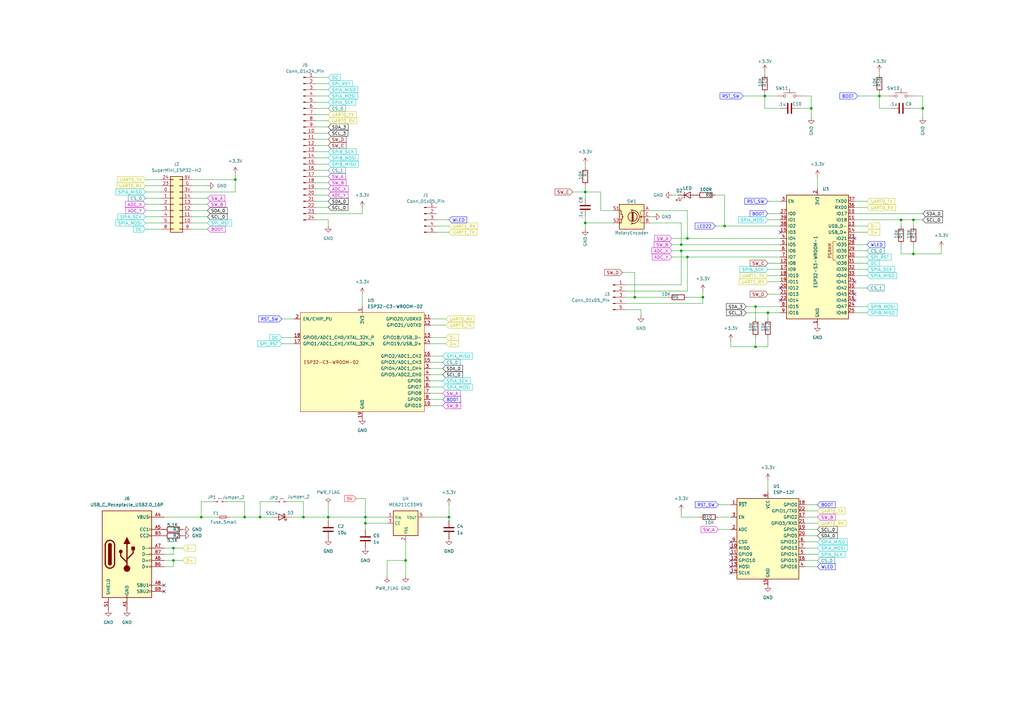
<source format=kicad_sch>
(kicad_sch (version 20250114) (generator "eeschema") (generator_version "9.0")
  (paper "A3")
  (junction (at 149.86 212.09))
  (junction (at 313.69 39.37))
  (junction (at 360.68 39.37))
  (junction (at 314.96 128.27))
  (junction (at 288.29 121.92))
  (junction (at 71.12 224.79))
  (junction (at 166.37 229.87))
  (junction (at 281.94 97.79))
  (junction (at 82.55 212.09))
  (junction (at 260.35 121.92))
  (junction (at 100.33 212.09))
  (junction (at 378.46 44.45))
  (junction (at 279.4 102.87))
  (junction (at 240.03 78.74))
  (junction (at 297.18 92.71))
  (junction (at 106.68 212.09))
  (junction (at 184.15 212.09))
  (junction (at 309.88 142.24))
  (junction (at 71.12 229.87))
  (junction (at 279.4 100.33))
  (junction (at 134.62 212.09))
  (junction (at 240.03 91.44))
  (junction (at 332.74 44.45))
  (junction (at 374.65 90.17))
  (junction (at 149.86 214.63))
  (junction (at 309.88 125.73))
  (junction (at 369.57 90.17))
  (junction (at 124.46 212.09))
  (junction (at 281.94 105.41))
  (junction (at 374.65 104.14))
  (junction (at 96.52 73.66))
  (no_connect (at 299.72 222.25))
  (no_connect (at 299.72 232.41))
  (no_connect (at 350.52 120.65))
  (no_connect (at 320.04 123.19))
  (no_connect (at 299.72 227.33))
  (no_connect (at 299.72 234.95))
  (no_connect (at 67.31 240.03))
  (no_connect (at 350.52 115.57))
  (no_connect (at 299.72 229.87))
  (no_connect (at 350.52 123.19))
  (no_connect (at 320.04 95.25))
  (no_connect (at 299.72 224.79))
  (no_connect (at 67.31 242.57))
  (no_connect (at 320.04 118.11))
  (no_connect (at 350.52 97.79))
  (wire (pts (xy 176.53 148.59) (xy 181.61 148.59)))
  (wire (pts (xy 281.94 105.41) (xy 281.94 119.38)))
  (wire (pts (xy 100.33 205.74) (xy 100.33 212.09)))
  (wire (pts (xy 148.59 87.63) (xy 129.54 87.63)))
  (wire (pts (xy 85.09 91.44) (xy 78.74 91.44)))
  (wire (pts (xy 234.95 78.74) (xy 240.03 78.74)))
  (wire (pts (xy 278.13 80.01) (xy 275.59 80.01)))
  (wire (pts (xy 134.62 59.69) (xy 129.54 59.69)))
  (wire (pts (xy 124.46 205.74) (xy 124.46 212.09)))
  (wire (pts (xy 106.68 205.74) (xy 106.68 212.09)))
  (wire (pts (xy 158.75 229.87) (xy 158.75 236.22)))
  (wire (pts (xy 129.54 54.61) (xy 134.62 54.61)))
  (wire (pts (xy 181.61 156.21) (xy 176.53 156.21)))
  (wire (pts (xy 100.33 212.09) (xy 106.68 212.09)))
  (wire (pts (xy 129.54 90.17) (xy 134.62 90.17)))
  (wire (pts (xy 59.69 88.9) (xy 66.04 88.9)))
  (wire (pts (xy 275.59 97.79) (xy 281.94 97.79)))
  (wire (pts (xy 176.53 138.43) (xy 182.88 138.43)))
  (wire (pts (xy 335.28 214.63) (xy 330.2 214.63)))
  (wire (pts (xy 335.28 72.39) (xy 335.28 77.47)))
  (wire (pts (xy 309.88 125.73) (xy 306.07 125.73)))
  (wire (pts (xy 279.4 116.84) (xy 256.54 116.84)))
  (wire (pts (xy 166.37 222.25) (xy 166.37 229.87)))
  (wire (pts (xy 330.2 232.41) (xy 335.28 232.41)))
  (wire (pts (xy 182.88 133.35) (xy 176.53 133.35)))
  (wire (pts (xy 355.6 113.03) (xy 350.52 113.03)))
  (wire (pts (xy 78.74 78.74) (xy 96.52 78.74)))
  (wire (pts (xy 134.62 34.29) (xy 129.54 34.29)))
  (wire (pts (xy 355.6 85.09) (xy 350.52 85.09)))
  (wire (pts (xy 173.99 212.09) (xy 184.15 212.09)))
  (wire (pts (xy 158.75 229.87) (xy 166.37 229.87)))
  (wire (pts (xy 279.4 212.09) (xy 279.4 209.55)))
  (wire (pts (xy 67.31 232.41) (xy 71.12 232.41)))
  (wire (pts (xy 176.53 166.37) (xy 181.61 166.37)))
  (wire (pts (xy 256.54 121.92) (xy 260.35 121.92)))
  (wire (pts (xy 134.62 44.45) (xy 129.54 44.45)))
  (wire (pts (xy 181.61 163.83) (xy 176.53 163.83)))
  (wire (pts (xy 386.08 104.14) (xy 374.65 104.14)))
  (wire (pts (xy 71.12 224.79) (xy 74.93 224.79)))
  (wire (pts (xy 332.74 39.37) (xy 332.74 44.45)))
  (wire (pts (xy 281.94 86.36) (xy 281.94 97.79)))
  (wire (pts (xy 181.61 146.05) (xy 176.53 146.05)))
  (wire (pts (xy 304.8 39.37) (xy 313.69 39.37)))
  (wire (pts (xy 260.35 111.76) (xy 260.35 121.92)))
  (wire (pts (xy 67.31 229.87) (xy 71.12 229.87)))
  (wire (pts (xy 309.88 125.73) (xy 309.88 130.81)))
  (wire (pts (xy 134.62 36.83) (xy 129.54 36.83)))
  (wire (pts (xy 166.37 229.87) (xy 166.37 236.22)))
  (wire (pts (xy 176.53 151.13) (xy 181.61 151.13)))
  (wire (pts (xy 106.68 212.09) (xy 111.76 212.09)))
  (wire (pts (xy 82.55 205.74) (xy 87.63 205.74)))
  (wire (pts (xy 293.37 92.71) (xy 297.18 92.71)))
  (wire (pts (xy 297.18 92.71) (xy 320.04 92.71)))
  (wire (pts (xy 149.86 212.09) (xy 158.75 212.09)))
  (wire (pts (xy 314.96 107.95) (xy 320.04 107.95)))
  (wire (pts (xy 279.4 102.87) (xy 320.04 102.87)))
  (wire (pts (xy 134.62 90.17) (xy 134.62 92.71)))
  (wire (pts (xy 115.57 140.97) (xy 120.65 140.97)))
  (wire (pts (xy 281.94 105.41) (xy 320.04 105.41)))
  (wire (pts (xy 313.69 30.48) (xy 313.69 29.21)))
  (wire (pts (xy 92.71 205.74) (xy 100.33 205.74)))
  (wire (pts (xy 293.37 80.01) (xy 297.18 80.01)))
  (wire (pts (xy 355.6 125.73) (xy 350.52 125.73)))
  (wire (pts (xy 364.49 39.37) (xy 360.68 39.37)))
  (wire (pts (xy 124.46 212.09) (xy 134.62 212.09)))
  (wire (pts (xy 59.69 81.28) (xy 66.04 81.28)))
  (wire (pts (xy 78.74 81.28) (xy 85.09 81.28)))
  (wire (pts (xy 78.74 86.36) (xy 85.09 86.36)))
  (wire (pts (xy 240.03 78.74) (xy 240.03 81.28)))
  (wire (pts (xy 184.15 207.01) (xy 184.15 212.09)))
  (wire (pts (xy 355.6 82.55) (xy 350.52 82.55)))
  (wire (pts (xy 176.53 161.29) (xy 181.61 161.29)))
  (wire (pts (xy 314.96 113.03) (xy 320.04 113.03)))
  (wire (pts (xy 275.59 105.41) (xy 281.94 105.41)))
  (wire (pts (xy 59.69 78.74) (xy 66.04 78.74)))
  (wire (pts (xy 335.28 227.33) (xy 330.2 227.33)))
  (wire (pts (xy 129.54 62.23) (xy 134.62 62.23)))
  (wire (pts (xy 314.96 87.63) (xy 320.04 87.63)))
  (wire (pts (xy 113.03 205.74) (xy 106.68 205.74)))
  (wire (pts (xy 179.07 90.17) (xy 184.15 90.17)))
  (wire (pts (xy 134.62 213.36) (xy 134.62 212.09)))
  (wire (pts (xy 275.59 102.87) (xy 279.4 102.87)))
  (wire (pts (xy 281.94 119.38) (xy 256.54 119.38)))
  (wire (pts (xy 378.46 39.37) (xy 374.65 39.37)))
  (wire (pts (xy 360.68 39.37) (xy 360.68 44.45)))
  (wire (pts (xy 59.69 93.98) (xy 66.04 93.98)))
  (wire (pts (xy 299.72 142.24) (xy 309.88 142.24)))
  (wire (pts (xy 330.2 217.17) (xy 335.28 217.17)))
  (wire (pts (xy 134.62 67.31) (xy 129.54 67.31)))
  (wire (pts (xy 332.74 39.37) (xy 328.93 39.37)))
  (wire (pts (xy 378.46 39.37) (xy 378.46 44.45)))
  (wire (pts (xy 355.6 105.41) (xy 350.52 105.41)))
  (wire (pts (xy 134.62 212.09) (xy 149.86 212.09)))
  (wire (pts (xy 355.6 107.95) (xy 350.52 107.95)))
  (wire (pts (xy 369.57 104.14) (xy 374.65 104.14)))
  (wire (pts (xy 360.68 30.48) (xy 360.68 29.21)))
  (wire (pts (xy 351.79 39.37) (xy 360.68 39.37)))
  (wire (pts (xy 299.72 217.17) (xy 294.64 217.17)))
  (wire (pts (xy 59.69 76.2) (xy 66.04 76.2)))
  (wire (pts (xy 299.72 139.7) (xy 299.72 142.24)))
  (wire (pts (xy 355.6 102.87) (xy 350.52 102.87)))
  (wire (pts (xy 129.54 74.93) (xy 134.62 74.93)))
  (wire (pts (xy 288.29 124.46) (xy 288.29 121.92)))
  (wire (pts (xy 78.74 73.66) (xy 96.52 73.66)))
  (wire (pts (xy 240.03 67.31) (xy 240.03 68.58)))
  (wire (pts (xy 146.05 204.47) (xy 149.86 204.47)))
  (wire (pts (xy 335.28 229.87) (xy 330.2 229.87)))
  (wire (pts (xy 240.03 88.9) (xy 240.03 91.44)))
  (wire (pts (xy 67.31 212.09) (xy 82.55 212.09)))
  (wire (pts (xy 59.69 91.44) (xy 66.04 91.44)))
  (wire (pts (xy 266.7 91.44) (xy 279.4 91.44)))
  (wire (pts (xy 279.4 102.87) (xy 279.4 116.84)))
  (wire (pts (xy 179.07 95.25) (xy 184.15 95.25)))
  (wire (pts (xy 279.4 91.44) (xy 279.4 100.33)))
  (wire (pts (xy 369.57 100.33) (xy 369.57 104.14)))
  (wire (pts (xy 332.74 44.45) (xy 327.66 44.45)))
  (wire (pts (xy 67.31 227.33) (xy 71.12 227.33)))
  (wire (pts (xy 149.86 204.47) (xy 149.86 212.09)))
  (wire (pts (xy 374.65 104.14) (xy 374.65 100.33)))
  (wire (pts (xy 314.96 142.24) (xy 309.88 142.24)))
  (wire (pts (xy 297.18 80.01) (xy 297.18 92.71)))
  (wire (pts (xy 374.65 90.17) (xy 378.46 90.17)))
  (wire (pts (xy 360.68 38.1) (xy 360.68 39.37)))
  (wire (pts (xy 134.62 64.77) (xy 129.54 64.77)))
  (wire (pts (xy 378.46 44.45) (xy 373.38 44.45)))
  (wire (pts (xy 262.89 127) (xy 256.54 127)))
  (wire (pts (xy 96.52 73.66) (xy 96.52 78.74)))
  (wire (pts (xy 309.88 142.24) (xy 309.88 138.43)))
  (wire (pts (xy 134.62 41.91) (xy 129.54 41.91)))
  (wire (pts (xy 314.96 138.43) (xy 314.96 142.24)))
  (wire (pts (xy 129.54 52.07) (xy 134.62 52.07)))
  (wire (pts (xy 314.96 128.27) (xy 314.96 130.81)))
  (wire (pts (xy 129.54 72.39) (xy 134.62 72.39)))
  (wire (pts (xy 129.54 80.01) (xy 134.62 80.01)))
  (wire (pts (xy 320.04 128.27) (xy 314.96 128.27)))
  (wire (pts (xy 318.77 39.37) (xy 313.69 39.37)))
  (wire (pts (xy 71.12 229.87) (xy 74.93 229.87)))
  (wire (pts (xy 314.96 110.49) (xy 320.04 110.49)))
  (wire (pts (xy 134.62 69.85) (xy 129.54 69.85)))
  (wire (pts (xy 96.52 71.12) (xy 96.52 73.66)))
  (wire (pts (xy 281.94 97.79) (xy 320.04 97.79)))
  (wire (pts (xy 78.74 83.82) (xy 85.09 83.82)))
  (wire (pts (xy 330.2 219.71) (xy 335.28 219.71)))
  (wire (pts (xy 369.57 90.17) (xy 374.65 90.17)))
  (wire (pts (xy 59.69 73.66) (xy 66.04 73.66)))
  (wire (pts (xy 67.31 224.79) (xy 71.12 224.79)))
  (wire (pts (xy 365.76 44.45) (xy 360.68 44.45)))
  (wire (pts (xy 260.35 111.76) (xy 255.27 111.76)))
  (wire (pts (xy 320.04 82.55) (xy 314.96 82.55)))
  (wire (pts (xy 149.86 217.17) (xy 149.86 214.63)))
  (wire (pts (xy 266.7 86.36) (xy 281.94 86.36)))
  (wire (pts (xy 350.52 100.33) (xy 355.6 100.33)))
  (wire (pts (xy 82.55 205.74) (xy 82.55 212.09)))
  (wire (pts (xy 294.64 212.09) (xy 299.72 212.09)))
  (wire (pts (xy 240.03 78.74) (xy 246.38 78.74)))
  (wire (pts (xy 66.04 83.82) (xy 59.69 83.82)))
  (wire (pts (xy 176.53 153.67) (xy 181.61 153.67)))
  (wire (pts (xy 330.2 207.01) (xy 335.28 207.01)))
  (wire (pts (xy 149.86 214.63) (xy 158.75 214.63)))
  (wire (pts (xy 134.62 49.53) (xy 129.54 49.53)))
  (wire (pts (xy 350.52 90.17) (xy 369.57 90.17)))
  (wire (pts (xy 314.96 115.57) (xy 320.04 115.57)))
  (wire (pts (xy 288.29 119.38) (xy 288.29 121.92)))
  (wire (pts (xy 314.96 128.27) (xy 306.07 128.27)))
  (wire (pts (xy 355.6 118.11) (xy 350.52 118.11)))
  (wire (pts (xy 129.54 82.55) (xy 134.62 82.55)))
  (wire (pts (xy 279.4 100.33) (xy 320.04 100.33)))
  (wire (pts (xy 281.94 121.92) (xy 288.29 121.92)))
  (wire (pts (xy 355.6 110.49) (xy 350.52 110.49)))
  (wire (pts (xy 115.57 130.81) (xy 120.65 130.81)))
  (wire (pts (xy 313.69 39.37) (xy 313.69 44.45)))
  (wire (pts (xy 129.54 77.47) (xy 134.62 77.47)))
  (wire (pts (xy 335.28 224.79) (xy 330.2 224.79)))
  (wire (pts (xy 184.15 212.09) (xy 184.15 213.36)))
  (wire (pts (xy 85.09 93.98) (xy 78.74 93.98)))
  (wire (pts (xy 78.74 76.2) (xy 85.09 76.2)))
  (wire (pts (xy 134.62 31.75) (xy 129.54 31.75)))
  (wire (pts (xy 134.62 39.37) (xy 129.54 39.37)))
  (wire (pts (xy 378.46 48.26) (xy 378.46 44.45)))
  (wire (pts (xy 330.2 212.09) (xy 335.28 212.09)))
  (wire (pts (xy 335.28 209.55) (xy 330.2 209.55)))
  (wire (pts (xy 149.86 214.63) (xy 149.86 212.09)))
  (wire (pts (xy 266.7 88.9) (xy 267.97 88.9)))
  (wire (pts (xy 332.74 48.26) (xy 332.74 44.45)))
  (wire (pts (xy 129.54 85.09) (xy 134.62 85.09)))
  (wire (pts (xy 78.74 88.9) (xy 85.09 88.9)))
  (wire (pts (xy 314.96 90.17) (xy 320.04 90.17)))
  (wire (pts (xy 275.59 100.33) (xy 279.4 100.33)))
  (wire (pts (xy 355.6 128.27) (xy 350.52 128.27)))
  (wire (pts (xy 179.07 92.71) (xy 184.15 92.71)))
  (wire (pts (xy 320.04 44.45) (xy 313.69 44.45)))
  (wire (pts (xy 386.08 101.6) (xy 386.08 104.14)))
  (wire (pts (xy 374.65 90.17) (xy 374.65 92.71)))
  (wire (pts (xy 314.96 120.65) (xy 320.04 120.65)))
  (wire (pts (xy 350.52 87.63) (xy 378.46 87.63)))
  (wire (pts (xy 260.35 121.92) (xy 274.32 121.92)))
  (wire (pts (xy 182.88 130.81) (xy 176.53 130.81)))
  (wire (pts (xy 82.55 212.09) (xy 88.9 212.09)))
  (wire (pts (xy 240.03 91.44) (xy 240.03 93.98)))
  (wire (pts (xy 320.04 125.73) (xy 309.88 125.73)))
  (wire (pts (xy 134.62 207.01) (xy 134.62 212.09)))
  (wire (pts (xy 134.62 46.99) (xy 129.54 46.99)))
  (wire (pts (xy 181.61 158.75) (xy 176.53 158.75)))
  (wire (pts (xy 119.38 212.09) (xy 124.46 212.09)))
  (wire (pts (xy 66.04 86.36) (xy 59.69 86.36)))
  (wire (pts (xy 148.59 85.09) (xy 148.59 87.63)))
  (wire (pts (xy 71.12 227.33) (xy 71.12 224.79)))
  (wire (pts (xy 71.12 232.41) (xy 71.12 229.87)))
  (wire (pts (xy 93.98 212.09) (xy 100.33 212.09)))
  (wire (pts (xy 299.72 207.01) (xy 294.64 207.01)))
  (wire (pts (xy 115.57 138.43) (xy 120.65 138.43)))
  (wire (pts (xy 350.52 95.25) (xy 355.6 95.25)))
  (wire (pts (xy 240.03 91.44) (xy 251.46 91.44)))
  (wire (pts (xy 118.11 205.74) (xy 124.46 205.74)))
  (wire (pts (xy 369.57 90.17) (xy 369.57 92.71)))
  (wire (pts (xy 350.52 92.71) (xy 355.6 92.71)))
  (wire (pts (xy 313.69 38.1) (xy 313.69 39.37)))
  (wire (pts (xy 148.59 120.65) (xy 148.59 125.73)))
  (wire (pts (xy 240.03 76.2) (xy 240.03 78.74)))
  (wire (pts (xy 335.28 222.25) (xy 330.2 222.25)))
  (wire (pts (xy 246.38 86.36) (xy 251.46 86.36)))
  (wire (pts (xy 314.96 196.85) (xy 314.96 201.93)))
  (wire (pts (xy 176.53 140.97) (xy 182.88 140.97)))
  (wire (pts (xy 262.89 129.54) (xy 262.89 127)))
  (wire (pts (xy 287.02 212.09) (xy 279.4 212.09)))
  (wire (pts (xy 246.38 78.74) (xy 246.38 86.36)))
  (wire (pts (xy 134.62 57.15) (xy 129.54 57.15)))
  (wire (pts (xy 288.29 124.46) (xy 256.54 124.46)))
  (global_label "SPIA_MOSI" (shape input) (at 59.69 91.44 180) (property "Intersheetrefs" "${INTERSHEET_REFS}" (effects (hide yes))))
  (global_label "SPIA_MISO" (shape input) (at 335.28 222.25 0) (property "Intersheetrefs" "${INTERSHEET_REFS}" (effects (hide yes))))
  (global_label "SPIA_SCK" (shape input) (at 335.28 227.33 0) (property "Intersheetrefs" "${INTERSHEET_REFS}" (effects (hide yes))))
  (global_label "DC" (shape input) (at 355.6 107.95 0) (property "Intersheetrefs" "${INTERSHEET_REFS}" (effects (hide yes))))
  (global_label "D-" (shape input) (at 74.93 224.79 0) (property "Intersheetrefs" "${INTERSHEET_REFS}" (effects (hide yes))))
  (global_label "D-" (shape input) (at 355.6 92.71 0) (property "Intersheetrefs" "${INTERSHEET_REFS}" (effects (hide yes))))
  (global_label "SW_A" (shape input) (at 181.61 161.29 0) (property "Intersheetrefs" "${INTERSHEET_REFS}" (effects (hide yes))))
  (global_label "BOOT" (shape input) (at 314.96 87.63 180) (property "Intersheetrefs" "${INTERSHEET_REFS}" (effects (hide yes))))
  (global_label "SW_C" (shape input) (at 134.62 59.69 0) (property "Intersheetrefs" "${INTERSHEET_REFS}" (effects (hide yes))))
  (global_label "D-" (shape input) (at 182.88 138.43 0) (property "Intersheetrefs" "${INTERSHEET_REFS}" (effects (hide yes))))
  (global_label "RST_SW" (shape input) (at 304.8 39.37 180) (property "Intersheetrefs" "${INTERSHEET_REFS}" (effects (hide yes))))
  (global_label "SPIA_MOSI" (shape input) (at 181.61 158.75 0) (property "Intersheetrefs" "${INTERSHEET_REFS}" (effects (hide yes))))
  (global_label "SPIA_MOSI" (shape input) (at 314.96 90.17 180) (property "Intersheetrefs" "${INTERSHEET_REFS}" (effects (hide yes))))
  (global_label "ADC_X" (shape input) (at 275.59 102.87 180) (property "Intersheetrefs" "${INTERSHEET_REFS}" (effects (hide yes))))
  (global_label "SDA_3" (shape input) (at 134.62 52.07 0) (property "Intersheetrefs" "${INTERSHEET_REFS}" (effects (hide yes))))
  (global_label "RST_SW" (shape input) (at 314.96 82.55 180) (property "Intersheetrefs" "${INTERSHEET_REFS}" (effects (hide yes))))
  (global_label "SW_B" (shape input) (at 85.09 83.82 0) (property "Intersheetrefs" "${INTERSHEET_REFS}" (effects (hide yes))))
  (global_label "CS_0" (shape input) (at 134.62 44.45 0) (property "Intersheetrefs" "${INTERSHEET_REFS}" (effects (hide yes))))
  (global_label "UART1_TX" (shape input) (at 314.96 113.03 180) (property "Intersheetrefs" "${INTERSHEET_REFS}" (effects (hide yes))))
  (global_label "CS_0" (shape input) (at 355.6 102.87 0) (property "Intersheetrefs" "${INTERSHEET_REFS}" (effects (hide yes))))
  (global_label "SCL_3" (shape input) (at 306.07 128.27 180) (property "Intersheetrefs" "${INTERSHEET_REFS}" (effects (hide yes))))
  (global_label "SPIA_MISO" (shape input) (at 355.6 113.03 0) (property "Intersheetrefs" "${INTERSHEET_REFS}" (effects (hide yes))))
  (global_label "SW_D" (shape input) (at 134.62 57.15 0) (property "Intersheetrefs" "${INTERSHEET_REFS}" (effects (hide yes))))
  (global_label "SPI_RST" (shape input) (at 115.57 140.97 180) (property "Intersheetrefs" "${INTERSHEET_REFS}" (effects (hide yes))))
  (global_label "SPIA_SCK" (shape input) (at 59.69 88.9 180) (property "Intersheetrefs" "${INTERSHEET_REFS}" (effects (hide yes))))
  (global_label "SW_A" (shape input) (at 294.64 217.17 180) (property "Intersheetrefs" "${INTERSHEET_REFS}" (effects (hide yes))))
  (global_label "DC" (shape input) (at 134.62 31.75 0) (property "Intersheetrefs" "${INTERSHEET_REFS}" (effects (hide yes))))
  (global_label "SCL_3" (shape input) (at 134.62 54.61 0) (property "Intersheetrefs" "${INTERSHEET_REFS}" (effects (hide yes))))
  (global_label "SPIB_MISO" (shape input) (at 134.62 67.31 0) (property "Intersheetrefs" "${INTERSHEET_REFS}" (effects (hide yes))))
  (global_label "WLED" (shape input) (at 335.28 232.41 0) (property "Intersheetrefs" "${INTERSHEET_REFS}" (effects (hide yes))))
  (global_label "ADC_Y" (shape input) (at 59.69 86.36 180) (property "Intersheetrefs" "${INTERSHEET_REFS}" (effects (hide yes))))
  (global_label "SPIA_MISO" (shape input) (at 134.62 36.83 0) (property "Intersheetrefs" "${INTERSHEET_REFS}" (effects (hide yes))))
  (global_label "UART0_RX" (shape input) (at 134.62 49.53 0) (property "Intersheetrefs" "${INTERSHEET_REFS}" (effects (hide yes))))
  (global_label "BOOT" (shape input) (at 85.09 93.98 0) (property "Intersheetrefs" "${INTERSHEET_REFS}" (effects (hide yes))))
  (global_label "D+" (shape input) (at 182.88 140.97 0) (property "Intersheetrefs" "${INTERSHEET_REFS}" (effects (hide yes))))
  (global_label "UART1_RX" (shape input) (at 314.96 115.57 180) (property "Intersheetrefs" "${INTERSHEET_REFS}" (effects (hide yes))))
  (global_label "SPI_RST" (shape input) (at 134.62 34.29 0) (property "Intersheetrefs" "${INTERSHEET_REFS}" (effects (hide yes))))
  (global_label "LED22" (shape input) (at 293.37 92.71 180) (property "Intersheetrefs" "${INTERSHEET_REFS}" (effects (hide yes))))
  (global_label "SPIA_SCK" (shape input) (at 355.6 110.49 0) (property "Intersheetrefs" "${INTERSHEET_REFS}" (effects (hide yes))))
  (global_label "ADC_Y" (shape input) (at 275.59 105.41 180) (property "Intersheetrefs" "${INTERSHEET_REFS}" (effects (hide yes))))
  (global_label "UART0_RX" (shape input) (at 59.69 76.2 180) (property "Intersheetrefs" "${INTERSHEET_REFS}" (effects (hide yes))))
  (global_label "SW_A" (shape input) (at 85.09 81.28 0) (property "Intersheetrefs" "${INTERSHEET_REFS}" (effects (hide yes))))
  (global_label "D+" (shape input) (at 74.93 229.87 0) (property "Intersheetrefs" "${INTERSHEET_REFS}" (effects (hide yes))))
  (global_label "SCL_0" (shape input) (at 378.46 90.17 0) (property "Intersheetrefs" "${INTERSHEET_REFS}" (effects (hide yes))))
  (global_label "SDA_0" (shape input) (at 134.62 82.55 0) (property "Intersheetrefs" "${INTERSHEET_REFS}" (effects (hide yes))))
  (global_label "SPIB_MOSI" (shape input) (at 134.62 64.77 0) (property "Intersheetrefs" "${INTERSHEET_REFS}" (effects (hide yes))))
  (global_label "ADC_X" (shape input) (at 59.69 83.82 180) (property "Intersheetrefs" "${INTERSHEET_REFS}" (effects (hide yes))))
  (global_label "5V" (shape input) (at 146.05 204.47 180) (property "Intersheetrefs" "${INTERSHEET_REFS}" (effects (hide yes))))
  (global_label "CS_1" (shape input) (at 134.62 69.85 0) (property "Intersheetrefs" "${INTERSHEET_REFS}" (effects (hide yes))))
  (global_label "SDA_0" (shape input) (at 181.61 151.13 0) (property "Intersheetrefs" "${INTERSHEET_REFS}" (effects (hide yes))))
  (global_label "SW_B" (shape input) (at 335.28 212.09 0) (property "Intersheetrefs" "${INTERSHEET_REFS}" (effects (hide yes))))
  (global_label "SPI_RST" (shape input) (at 355.6 105.41 0) (property "Intersheetrefs" "${INTERSHEET_REFS}" (effects (hide yes))))
  (global_label "SCL_0" (shape input) (at 85.09 88.9 0) (property "Intersheetrefs" "${INTERSHEET_REFS}" (effects (hide yes))))
  (global_label "SPIA_MISO" (shape input) (at 181.61 146.05 0) (property "Intersheetrefs" "${INTERSHEET_REFS}" (effects (hide yes))))
  (global_label "CS_0" (shape input) (at 59.69 81.28 180) (property "Intersheetrefs" "${INTERSHEET_REFS}" (effects (hide yes))))
  (global_label "UART0_RX" (shape input) (at 335.28 214.63 0) (property "Intersheetrefs" "${INTERSHEET_REFS}" (effects (hide yes))))
  (global_label "UART0_TX" (shape input) (at 59.69 73.66 180) (property "Intersheetrefs" "${INTERSHEET_REFS}" (effects (hide yes))))
  (global_label "SCL_0" (shape input) (at 335.28 217.17 0) (property "Intersheetrefs" "${INTERSHEET_REFS}" (effects (hide yes))))
  (global_label "SW_B" (shape input) (at 181.61 166.37 0) (property "Intersheetrefs" "${INTERSHEET_REFS}" (effects (hide yes))))
  (global_label "DC" (shape input) (at 115.57 138.43 180) (property "Intersheetrefs" "${INTERSHEET_REFS}" (effects (hide yes))))
  (global_label "UART0_TX" (shape input) (at 335.28 209.55 0) (property "Intersheetrefs" "${INTERSHEET_REFS}" (effects (hide yes))))
  (global_label "BOOT" (shape input) (at 351.79 39.37 180) (property "Intersheetrefs" "${INTERSHEET_REFS}" (effects (hide yes))))
  (global_label "SPIB_MISO" (shape input) (at 355.6 128.27 0) (property "Intersheetrefs" "${INTERSHEET_REFS}" (effects (hide yes))))
  (global_label "UART1_RX" (shape input) (at 184.15 92.71 0) (property "Intersheetrefs" "${INTERSHEET_REFS}" (effects (hide yes))))
  (global_label "SDA_3" (shape input) (at 306.07 125.73 180) (property "Intersheetrefs" "${INTERSHEET_REFS}" (effects (hide yes))))
  (global_label "SPIA_MISO" (shape input) (at 59.69 78.74 180) (property "Intersheetrefs" "${INTERSHEET_REFS}" (effects (hide yes))))
  (global_label "CS_0" (shape input) (at 181.61 148.59 0) (property "Intersheetrefs" "${INTERSHEET_REFS}" (effects (hide yes))))
  (global_label "CS_0" (shape input) (at 335.28 229.87 0) (property "Intersheetrefs" "${INTERSHEET_REFS}" (effects (hide yes))))
  (global_label "WLED" (shape input) (at 355.6 100.33 0) (property "Intersheetrefs" "${INTERSHEET_REFS}" (effects (hide yes))))
  (global_label "SW_B" (shape input) (at 275.59 100.33 180) (property "Intersheetrefs" "${INTERSHEET_REFS}" (effects (hide yes))))
  (global_label "SPIB_MOSI" (shape input) (at 355.6 125.73 0) (property "Intersheetrefs" "${INTERSHEET_REFS}" (effects (hide yes))))
  (global_label "UART1_TX" (shape input) (at 184.15 95.25 0) (property "Intersheetrefs" "${INTERSHEET_REFS}" (effects (hide yes))))
  (global_label "UART0_TX" (shape input) (at 134.62 46.99 0) (property "Intersheetrefs" "${INTERSHEET_REFS}" (effects (hide yes))))
  (global_label "SPIB_SCK" (shape input) (at 314.96 110.49 180) (property "Intersheetrefs" "${INTERSHEET_REFS}" (effects (hide yes))))
  (global_label "RST_SW" (shape input) (at 115.57 130.81 180) (property "Intersheetrefs" "${INTERSHEET_REFS}" (effects (hide yes))))
  (global_label "SPI_RST" (shape input) (at 85.09 91.44 0) (property "Intersheetrefs" "${INTERSHEET_REFS}" (effects (hide yes))))
  (global_label "BOOT" (shape input) (at 335.28 207.01 0) (property "Intersheetrefs" "${INTERSHEET_REFS}" (effects (hide yes))))
  (global_label "BOOT" (shape input) (at 181.61 163.83 0) (property "Intersheetrefs" "${INTERSHEET_REFS}" (effects (hide yes))))
  (global_label "ADC_Y" (shape input) (at 134.62 80.01 0) (property "Intersheetrefs" "${INTERSHEET_REFS}" (effects (hide yes))))
  (global_label "SPIB_SCK" (shape input) (at 134.62 62.23 0) (property "Intersheetrefs" "${INTERSHEET_REFS}" (effects (hide yes))))
  (global_label "SW_C" (shape input) (at 314.96 107.95 180) (property "Intersheetrefs" "${INTERSHEET_REFS}" (effects (hide yes))))
  (global_label "SPIA_SCK" (shape input) (at 181.61 156.21 0) (property "Intersheetrefs" "${INTERSHEET_REFS}" (effects (hide yes))))
  (global_label "DC" (shape input) (at 59.69 93.98 180) (property "Intersheetrefs" "${INTERSHEET_REFS}" (effects (hide yes))))
  (global_label "UART0_RX" (shape input) (at 355.6 85.09 0) (property "Intersheetrefs" "${INTERSHEET_REFS}" (effects (hide yes))))
  (global_label "SDA_0" (shape input) (at 85.09 86.36 0) (property "Intersheetrefs" "${INTERSHEET_REFS}" (effects (hide yes))))
  (global_label "SW_D" (shape input) (at 314.96 120.65 180) (property "Intersheetrefs" "${INTERSHEET_REFS}" (effects (hide yes))))
  (global_label "ADC_X" (shape input) (at 134.62 77.47 0) (property "Intersheetrefs" "${INTERSHEET_REFS}" (effects (hide yes))))
  (global_label "CS_1" (shape input) (at 355.6 118.11 0) (property "Intersheetrefs" "${INTERSHEET_REFS}" (effects (hide yes))))
  (global_label "SDA_0" (shape input) (at 335.28 219.71 0) (property "Intersheetrefs" "${INTERSHEET_REFS}" (effects (hide yes))))
  (global_label "SPIA_MOSI" (shape input) (at 335.28 224.79 0) (property "Intersheetrefs" "${INTERSHEET_REFS}" (effects (hide yes))))
  (global_label "UART0_TX" (shape input) (at 182.88 133.35 0) (property "Intersheetrefs" "${INTERSHEET_REFS}" (effects (hide yes))))
  (global_label "SW_B" (shape input) (at 134.62 74.93 0) (property "Intersheetrefs" "${INTERSHEET_REFS}" (effects (hide yes))))
  (global_label "SCL_0" (shape input) (at 181.61 153.67 0) (property "Intersheetrefs" "${INTERSHEET_REFS}" (effects (hide yes))))
  (global_label "SPIA_MOSI" (shape input) (at 134.62 39.37 0) (property "Intersheetrefs" "${INTERSHEET_REFS}" (effects (hide yes))))
  (global_label "UART0_TX" (shape input) (at 355.6 82.55 0) (property "Intersheetrefs" "${INTERSHEET_REFS}" (effects (hide yes))))
  (global_label "RST_SW" (shape input) (at 294.64 207.01 180) (property "Intersheetrefs" "${INTERSHEET_REFS}" (effects (hide yes))))
  (global_label "SW_D" (shape input) (at 255.27 111.76 180) (property "Intersheetrefs" "${INTERSHEET_REFS}" (effects (hide yes))))
  (global_label "SW_C" (shape input) (at 234.95 78.74 180) (property "Intersheetrefs" "${INTERSHEET_REFS}" (effects (hide yes))))
  (global_label "WLED" (shape input) (at 184.15 90.17 0) (property "Intersheetrefs" "${INTERSHEET_REFS}" (effects (hide yes))))
  (global_label "D+" (shape input) (at 355.6 95.25 0) (property "Intersheetrefs" "${INTERSHEET_REFS}" (effects (hide yes))))
  (global_label "SW_A" (shape input) (at 134.62 72.39 0) (property "Intersheetrefs" "${INTERSHEET_REFS}" (effects (hide yes))))
  (global_label "UART0_RX" (shape input) (at 182.88 130.81 0) (property "Intersheetrefs" "${INTERSHEET_REFS}" (effects (hide yes))))
  (global_label "SCL_0" (shape input) (at 134.62 85.09 0) (property "Intersheetrefs" "${INTERSHEET_REFS}" (effects (hide yes))))
  (global_label "SPIA_SCK" (shape input) (at 134.62 41.91 0) (property "Intersheetrefs" "${INTERSHEET_REFS}" (effects (hide yes))))
  (global_label "SW_A" (shape input) (at 275.59 97.79 180) (property "Intersheetrefs" "${INTERSHEET_REFS}" (effects (hide yes))))
  (global_label "SDA_0" (shape input) (at 378.46 87.63 0) (property "Intersheetrefs" "${INTERSHEET_REFS}" (effects (hide yes))))
  (symbol (lib_name "LED_1") (lib_id "Device:LED") (at 281.94 80.01 0) (unit 1)
    (property "Reference" "D2" (at 278.638 78.232 0))
    (property "Value" "LED" (at 281.94 77.216 0))
    (property "Footprint" "LED_SMD:LED_0603_1608Metric" (effects (hide yes)))
    (property "Description" "Light emitting diode" (effects (hide yes)))
    (property "Sim.Pins" "1=K 2=A" (effects (hide yes)))
  )
  (symbol (lib_id "Device:R") (at 314.96 134.62 180) (unit 1)
    (property "Reference" "R12" (at 314.96 132.08 90) (effects (justify left)))
    (property "Value" "10K" (at 313.055 132.08 90) (effects (justify left)))
    (property "Footprint" "Resistor_SMD:R_0603_1608Metric" (effects (hide yes)))
  )
  (symbol (lib_id "power:+3.3V") (at 288.29 119.38 0) (unit 1)
    (property "Reference" "#PWR09" (effects (hide yes)))
    (property "Value" "+3.3V" (at 288.29 114.3 0))
    (property "Description" "Power symbol creates a global label with name \"+3.3V\"" (effects (hide yes)))
  )
  (symbol (lib_name "GND_1") (lib_id "power:GND") (at 166.37 236.22 0) (unit 1)
    (property "Reference" "#PWR010" (effects (hide yes)))
    (property "Value" "GND" (at 166.37 241.3 0))
    (property "Description" "Power symbol creates a global label with name \"GND\" , ground" (effects (hide yes)))
  )
  (symbol (lib_id "Device:R") (at 369.57 96.52 180) (unit 1)
    (property "Reference" "R13" (at 369.57 93.98 90) (effects (justify left)))
    (property "Value" "10K" (at 367.665 93.98 90) (effects (justify left)))
    (property "Footprint" "Resistor_SMD:R_0603_1608Metric" (effects (hide yes)))
  )
  (symbol (lib_name "GND_1") (lib_id "power:GND") (at 262.89 129.54 0) (mirror y) (unit 1)
    (property "Reference" "#PWR08" (effects (hide yes)))
    (property "Value" "GND" (at 262.89 134.62 0))
    (property "Description" "Power symbol creates a global label with name \"GND\" , ground" (effects (hide yes)))
  )
  (symbol (lib_id "power:+3.3V") (at 96.52 71.12 0) (unit 1)
    (property "Reference" "#PWR019" (effects (hide yes)))
    (property "Value" "+3.3V" (at 96.52 66.04 0))
    (property "Description" "Power symbol creates a global label with name \"+3.3V\"" (effects (hide yes)))
  )
  (symbol (lib_id "power:+3.3V") (at 386.08 101.6 0) (unit 1)
    (property "Reference" "#PWR023" (effects (hide yes)))
    (property "Value" "+3.3V" (at 386.08 96.52 0))
    (property "Description" "Power symbol creates a global label with name \"+3.3V\"" (effects (hide yes)))
  )
  (symbol (lib_id "Device:R") (at 71.12 219.71 90) (unit 1)
    (property "Reference" "R2" (at 73.66 219.71 90) (effects (justify left)))
    (property "Value" "5.1K" (at 73.025 221.615 90) (effects (justify left)))
    (property "Footprint" "Resistor_SMD:R_0603_1608Metric" (effects (hide yes)))
  )
  (symbol (lib_id "Device:R") (at 290.83 212.09 270) (unit 1)
    (property "Reference" "R10" (at 288.29 212.09 90) (effects (justify left)))
    (property "Value" "10K" (at 289.052 214.376 90) (effects (justify left)))
    (property "Footprint" "Resistor_SMD:R_0603_1608Metric" (effects (hide yes)))
  )
  (symbol (lib_id "Device:R") (at 240.03 72.39 180) (unit 1)
    (property "Reference" "R7" (at 240.03 69.85 90) (effects (justify left)))
    (property "Value" "10K" (at 238.125 69.85 90) (effects (justify left)))
    (property "Footprint" "Resistor_SMD:R_0603_1608Metric" (effects (hide yes)))
  )
  (symbol (lib_name "GND_1") (lib_id "power:GND") (at 332.74 48.26 0) (mirror y) (unit 1)
    (property "Reference" "#PWR044" (effects (hide yes)))
    (property "Value" "GND" (at 332.74 51.562 90) (effects (justify right)))
    (property "Description" "Power symbol creates a global label with name \"GND\" , ground" (effects (hide yes)))
  )
  (symbol (lib_id "Device:R") (at 374.65 96.52 180) (unit 1)
    (property "Reference" "R14" (at 374.65 93.98 90) (effects (justify left)))
    (property "Value" "10K" (at 372.745 93.98 90) (effects (justify left)))
    (property "Footprint" "Resistor_SMD:R_0603_1608Metric" (effects (hide yes)))
  )
  (symbol (lib_name "GND_1") (lib_id "power:GND") (at 267.97 88.9 90) (mirror x) (unit 1)
    (property "Reference" "#PWR06" (effects (hide yes)))
    (property "Value" "GND" (at 271.272 88.9 90) (effects (justify right)))
    (property "Description" "Power symbol creates a global label with name \"GND\" , ground" (effects (hide yes)))
  )
  (symbol (lib_id "Device:C") (at 134.62 217.17 0) (unit 1)
    (property "Reference" "C2" (at 138.43 215.9 0) (effects (justify left)))
    (property "Value" "10u" (at 138.43 218.44 0) (effects (justify left)))
    (property "Footprint" "Capacitor_SMD:C_0603_1608Metric" (effects (hide yes)))
  )
  (symbol (lib_name "GND_1") (lib_id "power:GND") (at 314.96 240.03 0) (unit 1)
    (property "Reference" "#PWR036" (effects (hide yes)))
    (property "Value" "GND" (at 314.96 245.11 0))
    (property "Description" "Power symbol creates a global label with name \"GND\" , ground" (effects (hide yes)))
  )
  (symbol (lib_name "GND_1") (lib_id "power:GND") (at 52.07 250.19 0) (unit 1)
    (property "Reference" "#PWR013" (effects (hide yes)))
    (property "Value" "GND" (at 52.07 255.27 0))
    (property "Description" "Power symbol creates a global label with name \"GND\" , ground" (effects (hide yes)))
  )
  (symbol (lib_name "GND_1") (lib_id "power:GND") (at 74.93 217.17 90) (unit 1)
    (property "Reference" "#PWR016" (effects (hide yes)))
    (property "Value" "GND" (at 78.74 217.1699 90) (effects (justify right)))
    (property "Description" "Power symbol creates a global label with name \"GND\" , ground" (effects (hide yes)))
  )
  (symbol (lib_id "power:+3.3V") (at 240.03 67.31 0) (unit 1)
    (property "Reference" "#PWR05" (effects (hide yes)))
    (property "Value" "+3.3V" (at 240.03 62.23 0))
    (property "Description" "Power symbol creates a global label with name \"+3.3V\"" (effects (hide yes)))
  )
  (symbol (lib_name "GND_1") (lib_id "power:GND") (at 85.09 76.2 90) (mirror x) (unit 1)
    (property "Reference" "#PWR026" (effects (hide yes)))
    (property "Value" "GND" (at 88.9 76.1999 90) (effects (justify right)))
    (property "Description" "Power symbol creates a global label with name \"GND\" , ground" (effects (hide yes)))
  )
  (symbol (lib_id "Device:R") (at 71.12 217.17 90) (unit 1)
    (property "Reference" "R3" (at 73.66 217.17 90) (effects (justify left)))
    (property "Value" "5.1K" (at 73.025 215.265 90) (effects (justify left)))
    (property "Footprint" "Resistor_SMD:R_0603_1608Metric" (effects (hide yes)))
  )
  (symbol (lib_id "Device:C") (at 240.03 85.09 0) (mirror x) (unit 1)
    (property "Reference" "C8" (at 238.252 82.042 90))
    (property "Value" ".1u" (at 238.252 88.138 90))
    (property "Footprint" "Capacitor_SMD:C_0603_1608Metric" (effects (hide yes)))
  )
  (symbol (lib_id "Device:R") (at 360.68 34.29 180) (unit 1)
    (property "Reference" "R16" (at 360.68 31.75 90) (effects (justify left)))
    (property "Value" "10K" (at 358.775 31.75 90) (effects (justify left)))
    (property "Footprint" "Resistor_SMD:R_0603_1608Metric" (effects (hide yes)))
  )
  (symbol (lib_id "power:+3.3V") (at 314.96 196.85 0) (unit 1)
    (property "Reference" "#PWR03" (effects (hide yes)))
    (property "Value" "+3.3V" (at 314.96 191.77 0))
    (property "Description" "Power symbol creates a global label with name \"+3.3V\"" (effects (hide yes)))
  )
  (symbol (lib_id "Jumper:Jumper_2_Small_Open") (at 115.57 205.74 0) (unit 1)
    (property "Reference" "JP2" (at 112.268 204.216 0))
    (property "Value" "Jumper_2" (at 122.428 203.708 0))
    (property "Footprint" "Jumper:SolderJumper-2_P1.3mm_Open_Pad1.0x1.5mm" (effects (hide yes)))
    (property "Description" "Jumper, 2-pole, small symbol, open" (effects (hide yes)))
  )
  (symbol (lib_name "GND_1") (lib_id "power:GND") (at 378.46 48.26 0) (mirror y) (unit 1)
    (property "Reference" "#PWR043" (effects (hide yes)))
    (property "Value" "GND" (at 378.46 51.562 90) (effects (justify right)))
    (property "Description" "Power symbol creates a global label with name \"GND\" , ground" (effects (hide yes)))
  )
  (symbol (lib_id "power:+3.3V") (at 148.59 120.65 0) (unit 1)
    (property "Reference" "#PWR012" (effects (hide yes)))
    (property "Value" "+3.3V" (at 148.59 115.57 0))
    (property "Description" "Power symbol creates a global label with name \"+3.3V\"" (effects (hide yes)))
  )
  (symbol (lib_id "Device:R") (at 313.69 34.29 180) (unit 1)
    (property "Reference" "R15" (at 313.69 31.75 90) (effects (justify left)))
    (property "Value" "10K" (at 311.785 31.75 90) (effects (justify left)))
    (property "Footprint" "Resistor_SMD:R_0603_1608Metric" (effects (hide yes)))
  )
  (symbol (lib_id "power:+3.3V") (at 148.59 85.09 0) (unit 1)
    (property "Reference" "#PWR020" (effects (hide yes)))
    (property "Value" "+3.3V" (at 148.59 80.01 0))
    (property "Description" "Power symbol creates a global label with name \"+3.3V\"" (effects (hide yes)))
  )
  (symbol (lib_id "Device:R") (at 278.13 121.92 270) (unit 1)
    (property "Reference" "R9" (at 275.59 121.92 90) (effects (justify left)))
    (property "Value" "10K" (at 271.272 120.65 90) (effects (justify left)))
    (property "Footprint" "Resistor_SMD:R_0603_1608Metric" (effects (hide yes)))
  )
  (symbol (lib_id "Switch:SW_Push") (at 369.57 39.37 0) (unit 1)
    (property "Reference" "SW10" (at 366.395 36.195 0))
    (property "Value" "SW_Push" (effects (hide yes)))
    (property "Footprint" "Button_Switch_SMD:SW_SPST_PTS810" (effects (hide yes)))
  )
  (symbol (lib_id "Device:R") (at 289.56 80.01 90) (mirror x) (unit 1)
    (property "Reference" "R8" (at 292.1 80.01 90) (effects (justify left)))
    (property "Value" "100R" (at 292.1 77.724 90) (effects (justify left)))
    (property "Footprint" "Resistor_SMD:R_0603_1608Metric" (effects (hide yes)))
  )
  (symbol (lib_name "GND_1") (lib_id "power:GND") (at 134.62 92.71 0) (unit 1)
    (property "Reference" "#PWR041" (effects (hide yes)))
    (property "Value" "GND" (at 134.62 97.79 0))
    (property "Description" "Power symbol creates a global label with name \"GND\" , ground" (effects (hide yes)))
  )
  (symbol (lib_id "power:PWR_FLAG") (at 134.62 207.01 0) (unit 1)
    (property "Reference" "#FLG05" (effects (hide yes)))
    (property "Value" "PWR_FLAG" (at 134.62 201.93 0))
    (property "Description" "Special symbol for telling ERC where power comes from" (effects (hide yes)))
  )
  (symbol (lib_id "Regulator_Linear:ME6211C33M5") (at 166.37 214.63 0) (unit 1)
    (property "Reference" "U4" (at 166.37 204.47 0))
    (property "Value" "ME6211C33M5" (at 166.37 207.01 0))
    (property "Footprint" "Package_TO_SOT_SMD:SOT-23-5" (effects (hide yes)))
    (property "Datasheet" "https://www.lcsc.com/datasheet/lcsc_datasheet_2304140030_MICRONE-Nanjing-Micro-One-Elec-ME6211C33R5G_C235316.pdf" (effects (hide yes)))
    (property "Description" "500mA low dropout linear regulator, shutdown pin, 6.5V max input voltage, 3.3V fixed positive output, SOT-23-5" (effects (hide yes)))
  )
  (symbol (lib_id "power:PWR_FLAG") (at 158.75 236.22 180) (unit 1)
    (property "Reference" "#FLG04" (effects (hide yes)))
    (property "Value" "PWR_FLAG" (at 158.75 241.3 0))
    (property "Description" "Special symbol for telling ERC where power comes from" (effects (hide yes)))
  )
  (symbol (lib_name "GND_1") (lib_id "power:GND") (at 275.59 80.01 270) (unit 1)
    (property "Reference" "#PWR040" (effects (hide yes)))
    (property "Value" "GND" (at 272.034 80.01 90) (effects (justify right)))
    (property "Description" "Power symbol creates a global label with name \"GND\" , ground" (effects (hide yes)))
  )
  (symbol (lib_name "GND_1") (lib_id "power:GND") (at 44.45 250.19 0) (unit 1)
    (property "Reference" "#PWR011" (effects (hide yes)))
    (property "Value" "GND" (at 44.45 255.27 0))
    (property "Description" "Power symbol creates a global label with name \"GND\" , ground" (effects (hide yes)))
  )
  (symbol (lib_id "power:+3.3V") (at 299.72 139.7 0) (unit 1)
    (property "Reference" "#PWR022" (effects (hide yes)))
    (property "Value" "+3.3V" (at 299.72 134.62 0))
    (property "Description" "Power symbol creates a global label with name \"+3.3V\"" (effects (hide yes)))
  )
  (symbol (lib_id "Diode:SS14") (at 115.57 212.09 180) (unit 1)
    (property "Reference" "D3" (at 119.126 210.312 0))
    (property "Value" "SS14" (at 111.506 210.566 0))
    (property "Footprint" "Diode_SMD:D_SMA" (effects (hide yes)))
    (property "Datasheet" "https://www.vishay.com/docs/88746/ss12.pdf" (effects (hide yes)))
    (property "Description" "40V 1A Schottky Diode, SMA" (effects (hide yes)))
  )
  (symbol (lib_id "Device:C") (at 149.86 220.98 0) (unit 1)
    (property "Reference" "C5" (at 153.035 219.71 0) (effects (justify left)))
    (property "Value" "1u" (at 153.035 222.25 0) (effects (justify left)))
    (property "Footprint" "Capacitor_SMD:C_0603_1608Metric" (effects (hide yes)))
  )
  (symbol (lib_name "GND_1") (lib_id "power:GND") (at 148.59 171.45 0) (unit 1)
    (property "Reference" "#PWR037" (effects (hide yes)))
    (property "Value" "GND" (at 148.59 176.53 0))
    (property "Description" "Power symbol creates a global label with name \"GND\" , ground" (effects (hide yes)))
  )
  (symbol (lib_id "power:+3.3V") (at 184.15 207.01 0) (unit 1)
    (property "Reference" "#PWR01" (effects (hide yes)))
    (property "Value" "+3.3V" (at 184.15 201.93 0))
    (property "Description" "Power symbol creates a global label with name \"+3.3V\"" (effects (hide yes)))
  )
  (symbol (lib_id "power:+3.3V") (at 360.68 29.21 0) (unit 1)
    (property "Reference" "#PWR025" (effects (hide yes)))
    (property "Value" "+3.3V" (at 360.68 25.146 0))
    (property "Description" "Power symbol creates a global label with name \"+3.3V\"" (effects (hide yes)))
  )
  (symbol (lib_id "IOT-Mess:SuperMini_ESP32-H2") (at 71.12 83.82 0) (unit 1)
    (property "Reference" "J2" (at 72.39 67.31 0))
    (property "Value" "SuperMini_ESP32-H2" (at 72.39 69.85 0))
    (property "Description" "Generic connector, double row, 02x09, counter clockwise pin numbering scheme (similar to DIP package numbering), script generated (kicad-library-utils/schlib/autogen/connector/)" (effects (hide yes)))
  )
  (symbol (lib_name "GND_1") (lib_id "power:GND") (at 240.03 93.98 0) (unit 1)
    (property "Reference" "#PWR07" (effects (hide yes)))
    (property "Value" "GND" (at 240.03 99.06 90))
    (property "Description" "Power symbol creates a global label with name \"GND\" , ground" (effects (hide yes)))
  )
  (symbol (lib_name "GND_1") (lib_id "power:GND") (at 335.28 133.35 0) (unit 1)
    (property "Reference" "#PWR035" (effects (hide yes)))
    (property "Value" "GND" (at 335.28 138.43 0))
    (property "Description" "Power symbol creates a global label with name \"GND\" , ground" (effects (hide yes)))
  )
  (symbol (lib_id "Device:RotaryEncoder_Switch") (at 259.08 88.9 0) (mirror y) (unit 1)
    (property "Reference" "SW1" (at 259.08 82.55 0))
    (property "Value" "RotaryEncoder" (at 259.08 95.504 0))
    (property "Footprint" "IOT-Mess-Footprints:RotaryEncoder_EC11_SMD" (effects (hide yes)))
    (property "Description" "Rotary encoder, dual channel, incremental quadrate outputs, with switch" (effects (hide yes)))
  )
  (symbol (lib_id "Connector:USB_C_Receptacle_USB2.0_16P") (at 52.07 227.33 0) (unit 1)
    (property "Reference" "J6" (at 52.07 204.47 0))
    (property "Value" "USB_C_Receptacle_USB2.0_16P" (at 52.07 207.01 0))
    (property "Footprint" "Connector_USB:USB_C_Receptacle_HRO_TYPE-C-31-M-12" (effects (hide yes)))
    (property "Datasheet" "https://www.usb.org/sites/default/files/documents/usb_type-c.zip" (effects (hide yes)))
    (property "Description" "USB 2.0-only 16P Type-C Receptacle connector" (effects (hide yes)))
  )
  (symbol (lib_id "Jumper:Jumper_2_Small_Open") (at 90.17 205.74 0) (unit 1)
    (property "Reference" "JP1" (at 86.868 203.962 0))
    (property "Value" "Jumper_2" (at 95.758 203.962 0))
    (property "Footprint" "Jumper:SolderJumper-2_P1.3mm_Open_Pad1.0x1.5mm" (effects (hide yes)))
    (property "Description" "Jumper, 2-pole, small symbol, open" (effects (hide yes)))
  )
  (symbol (lib_id "Connector:Conn_01x24_Pin") (at 124.46 59.69 0) (unit 1)
    (property "Reference" "J5" (at 125.095 26.67 0))
    (property "Value" "Conn_01x24_Pin" (at 125.095 29.21 0))
    (property "Footprint" "Connector_PinHeader_2.54mm:PinHeader_1x24_P2.54mm_Vertical" (effects (hide yes)))
    (property "Description" "Generic connector, single row, 01x24, script generated" (effects (hide yes)))
  )
  (symbol (lib_name "GND_1") (lib_id "power:GND") (at 74.93 219.71 90) (unit 1)
    (property "Reference" "#PWR017" (effects (hide yes)))
    (property "Value" "GND" (at 78.74 219.7099 90) (effects (justify right)))
    (property "Description" "Power symbol creates a global label with name \"GND\" , ground" (effects (hide yes)))
  )
  (symbol (lib_id "Connector:Conn_01x05_Pin") (at 173.99 90.17 0) (unit 1)
    (property "Reference" "J1" (at 174.625 80.01 0))
    (property "Value" "Conn_01x05_Pin" (at 174.625 82.55 0))
    (property "Footprint" "Connector_PinHeader_2.54mm:PinHeader_1x05_P2.54mm_Vertical" (effects (hide yes)))
    (property "Description" "Generic connector, single row, 01x05, script generated" (effects (hide yes)))
  )
  (symbol (lib_id "Device:C") (at 184.15 217.17 0) (unit 1)
    (property "Reference" "C4" (at 187.325 215.9 0) (effects (justify left)))
    (property "Value" "1u" (at 187.325 218.44 0) (effects (justify left)))
    (property "Footprint" "Capacitor_SMD:C_0603_1608Metric" (effects (hide yes)))
  )
  (symbol (lib_name "GND_1") (lib_id "power:GND") (at 184.15 220.98 0) (unit 1)
    (property "Reference" "#PWR015" (effects (hide yes)))
    (property "Value" "GND" (at 184.15 226.06 0))
    (property "Description" "Power symbol creates a global label with name \"GND\" , ground" (effects (hide yes)))
  )
  (symbol (lib_id "Device:R") (at 309.88 134.62 180) (unit 1)
    (property "Reference" "R11" (at 309.88 132.08 90) (effects (justify left)))
    (property "Value" "10K" (at 307.975 132.08 90) (effects (justify left)))
    (property "Footprint" "Resistor_SMD:R_0603_1608Metric" (effects (hide yes)))
  )
  (symbol (lib_id "RF_Module:ESP32-S3-WROOM-1") (at 335.28 105.41 0) (unit 1)
    (property "Reference" "U3" (at 337.312 77.47 0) (effects (justify left)))
    (property "Value" "ESP32-S3-WROOM-1" (at 334.518 118.11 90) (effects (justify left)))
    (property "Footprint" "RF_Module:ESP32-S3-WROOM-1" (effects (hide yes)))
    (property "Datasheet" "https://www.espressif.com/sites/default/files/documentation/esp32-s3-wroom-1_wroom-1u_datasheet_en.pdf" (effects (hide yes)))
    (property "Description" "RF Module, ESP32-S3 SoC, Wi-Fi 802.11b/g/n, Bluetooth, BLE, 32-bit, 3.3V, onboard antenna, SMD" (effects (hide yes)))
  )
  (symbol (lib_id "Espressif:ESP32-C3-WROOM-02") (at 148.59 148.59 0) (unit 1)
    (property "Reference" "U5" (at 150.7333 123.19 0) (effects (justify left)))
    (property "Value" "ESP32-C3-WROOM-02" (at 150.7333 125.73 0) (effects (justify left)))
    (property "Footprint" "RF_Module:ESP32-C3-WROOM-02" (effects (hide yes)))
    (property "Datasheet" "https://www.espressif.com/sites/default/files/documentation/esp32-c3-wroom-02_datasheet_en.pdf" (effects (hide yes)))
    (property "Description" "ESP32-C3-WROOM-02 is a general-purpose Wi-Fi and Bluetooth LE module. This module features a rich set of peripherals and high performance, which makes it an ideal choice for smart home, industrial automation, health care, consumer electronics, etc." (effects (hide yes)))
  )
  (symbol (lib_name "GND_1") (lib_id "power:GND") (at 149.86 224.79 0) (unit 1)
    (property "Reference" "#PWR018" (effects (hide yes)))
    (property "Value" "GND" (at 149.86 229.87 0))
    (property "Description" "Power symbol creates a global label with name \"GND\" , ground" (effects (hide yes)))
  )
  (symbol (lib_id "Switch:SW_Push") (at 323.85 39.37 0) (unit 1)
    (property "Reference" "SW11" (at 320.675 36.195 0))
    (property "Value" "SW_Push" (effects (hide yes)))
    (property "Footprint" "Button_Switch_SMD:SW_SPST_PTS810" (effects (hide yes)))
  )
  (symbol (lib_id "Device:Fuse_Small") (at 91.44 212.09 0) (unit 1)
    (property "Reference" "F1" (at 88.646 210.566 0))
    (property "Value" "Fuse_Small" (at 91.694 214.122 0))
    (property "Description" "Fuse, small symbol" (effects (hide yes)))
  )
  (symbol (lib_id "Device:C") (at 323.85 44.45 90) (mirror x) (unit 1)
    (property "Reference" "C10" (at 326.898 42.672 90))
    (property "Value" ".1u" (at 320.802 42.672 90))
    (property "Footprint" "Capacitor_SMD:C_0603_1608Metric" (effects (hide yes)))
  )
  (symbol (lib_id "Connector:Conn_01x05_Pin") (at 251.46 121.92 0) (unit 1)
    (property "Reference" "J3" (at 250.19 120.6499 0) (effects (justify right)))
    (property "Value" "Conn_01x05_Pin" (at 250.19 123.1899 0) (effects (justify right)))
    (property "Footprint" "Connector_PinSocket_2.54mm:PinSocket_1x05_P2.54mm_Vertical" (effects (hide yes)))
    (property "Description" "Generic connector, single row, 01x05, script generated" (effects (hide yes)))
  )
  (symbol (lib_id "power:+3.3V") (at 313.69 29.21 0) (unit 1)
    (property "Reference" "#PWR024" (effects (hide yes)))
    (property "Value" "+3.3V" (at 313.69 25.146 0))
    (property "Description" "Power symbol creates a global label with name \"+3.3V\"" (effects (hide yes)))
  )
  (symbol (lib_id "power:+3.3V") (at 335.28 72.39 0) (unit 1)
    (property "Reference" "#PWR04" (effects (hide yes)))
    (property "Value" "+3.3V" (at 335.28 67.31 0))
    (property "Description" "Power symbol creates a global label with name \"+3.3V\"" (effects (hide yes)))
  )
  (symbol (lib_name "GND_1") (lib_id "power:GND") (at 134.62 220.98 0) (unit 1)
    (property "Reference" "#PWR014" (effects (hide yes)))
    (property "Value" "GND" (at 134.62 226.06 0))
    (property "Description" "Power symbol creates a global label with name \"GND\" , ground" (effects (hide yes)))
  )
  (symbol (lib_id "Device:C") (at 369.57 44.45 90) (mirror x) (unit 1)
    (property "Reference" "C9" (at 372.618 42.672 90))
    (property "Value" ".1u" (at 366.522 42.672 90))
    (property "Footprint" "Capacitor_SMD:C_0603_1608Metric" (effects (hide yes)))
  )
  (symbol (lib_id "power:+3.3V") (at 279.4 209.55 0) (unit 1)
    (property "Reference" "#PWR02" (effects (hide yes)))
    (property "Value" "+3.3V" (at 279.4 204.47 0))
    (property "Description" "Power symbol creates a global label with name \"+3.3V\"" (effects (hide yes)))
  )
  (symbol (lib_id "RF_Module:ESP-12F") (at 314.96 222.25 0) (unit 1)
    (property "Reference" "U1" (at 317.1033 199.39 0) (effects (justify left)))
    (property "Value" "ESP-12F" (at 317.1033 201.93 0) (effects (justify left)))
    (property "Footprint" "RF_Module:ESP-12E" (effects (hide yes)))
    (property "Datasheet" "http://wiki.ai-thinker.com/_media/esp8266/esp8266_series_modules_user_manual_v1.1.pdf" (effects (hide yes)))
    (property "Description" "802.11 b/g/n Wi-Fi Module" (effects (hide yes)))
  )
)
</source>
